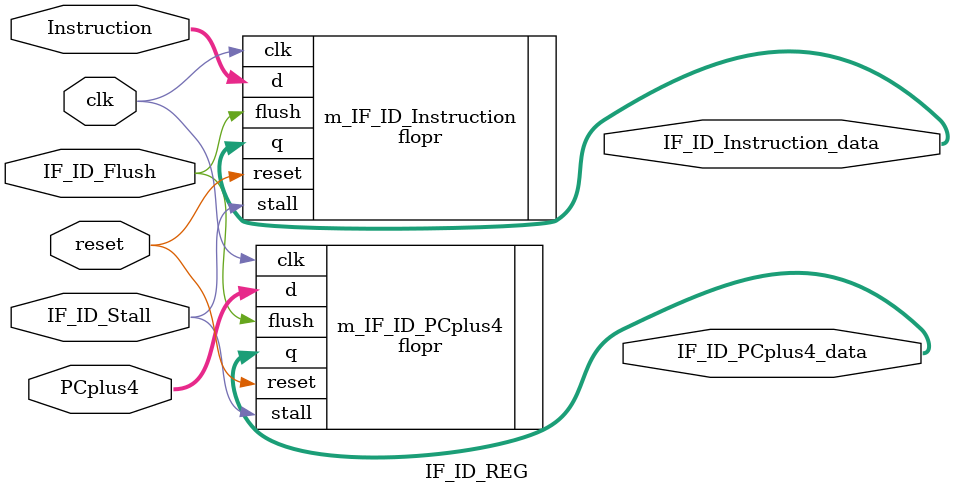
<source format=v>
module IF_ID_REG(clk, reset, IF_ID_Stall, IF_ID_Flush, PCplus4, IF_ID_PCplus4_data, Instruction, IF_ID_Instruction_data);
	input clk;
	input reset;
	input IF_ID_Stall;
	input IF_ID_Flush;
	input [31:0] PCplus4;
	output [31:0] IF_ID_PCplus4_data;
	input [31:0] Instruction;
	output [31:0] IF_ID_Instruction_data;
	
	// IF_ID_PCplus4
	flopr #(32) m_IF_ID_PCplus4(.clk(clk), .reset(reset), .stall(IF_ID_Stall), .flush(IF_ID_Flush), .d(PCplus4), .q(IF_ID_PCplus4_data));
	
	// IF_ID_Instruction
	flopr #(32) m_IF_ID_Instruction(.clk(clk), .reset(reset), .stall(IF_ID_Stall), .flush(IF_ID_Flush), .d(Instruction), .q(IF_ID_Instruction_data));
endmodule
</source>
